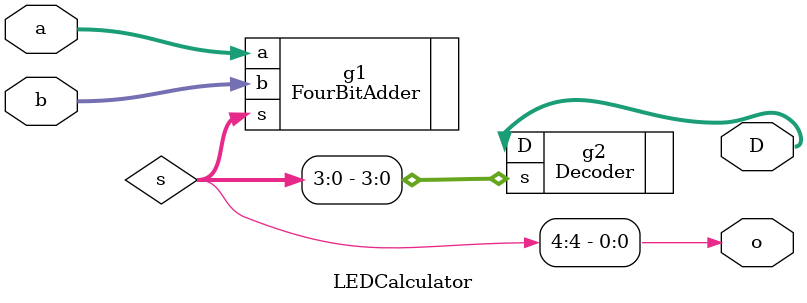
<source format=v>
`timescale 1ns / 1ps


module LEDCalculator(input [3:0] a, input [3:0] b, output [6:0] D, output o);
    wire [4:0] s;
    FourBitAdder g1 ( .a(a), .b(b), .s(s));
    assign o = s[4];
    Decoder g2 (.s(s[3:0]),.D(D));

endmodule

</source>
